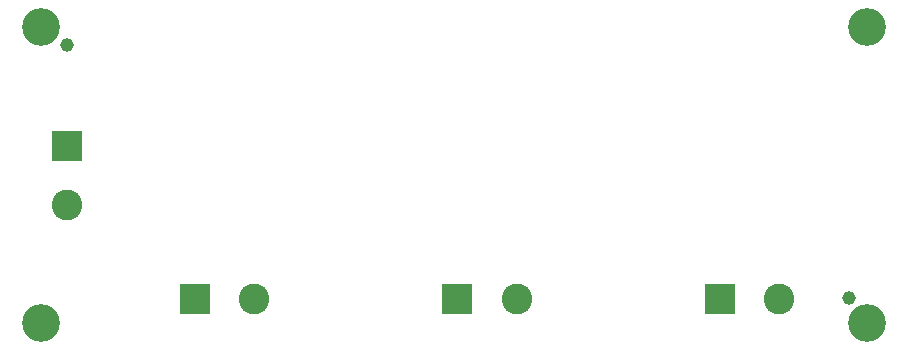
<source format=gbs>
G04 #@! TF.GenerationSoftware,KiCad,Pcbnew,7.0.8*
G04 #@! TF.CreationDate,2023-10-23T09:59:53+02:00*
G04 #@! TF.ProjectId,dual-psu,6475616c-2d70-4737-952e-6b696361645f,rev?*
G04 #@! TF.SameCoordinates,Original*
G04 #@! TF.FileFunction,Soldermask,Bot*
G04 #@! TF.FilePolarity,Negative*
%FSLAX46Y46*%
G04 Gerber Fmt 4.6, Leading zero omitted, Abs format (unit mm)*
G04 Created by KiCad (PCBNEW 7.0.8) date 2023-10-23 09:59:53*
%MOMM*%
%LPD*%
G01*
G04 APERTURE LIST*
%ADD10C,1.152000*%
%ADD11C,3.200000*%
%ADD12R,2.600000X2.600000*%
%ADD13C,2.600000*%
G04 APERTURE END LIST*
D10*
X24765000Y-20031000D03*
X91015000Y-41431000D03*
D11*
X22565000Y-18556000D03*
X92565000Y-18556000D03*
D12*
X24765000Y-28556000D03*
D13*
X24765000Y-33556000D03*
D12*
X80090000Y-41506000D03*
D13*
X85090000Y-41506000D03*
D11*
X22565000Y-43556000D03*
D12*
X35640000Y-41506000D03*
D13*
X40640000Y-41506000D03*
D12*
X57865000Y-41506000D03*
D13*
X62865000Y-41506000D03*
D11*
X92565000Y-43556000D03*
M02*

</source>
